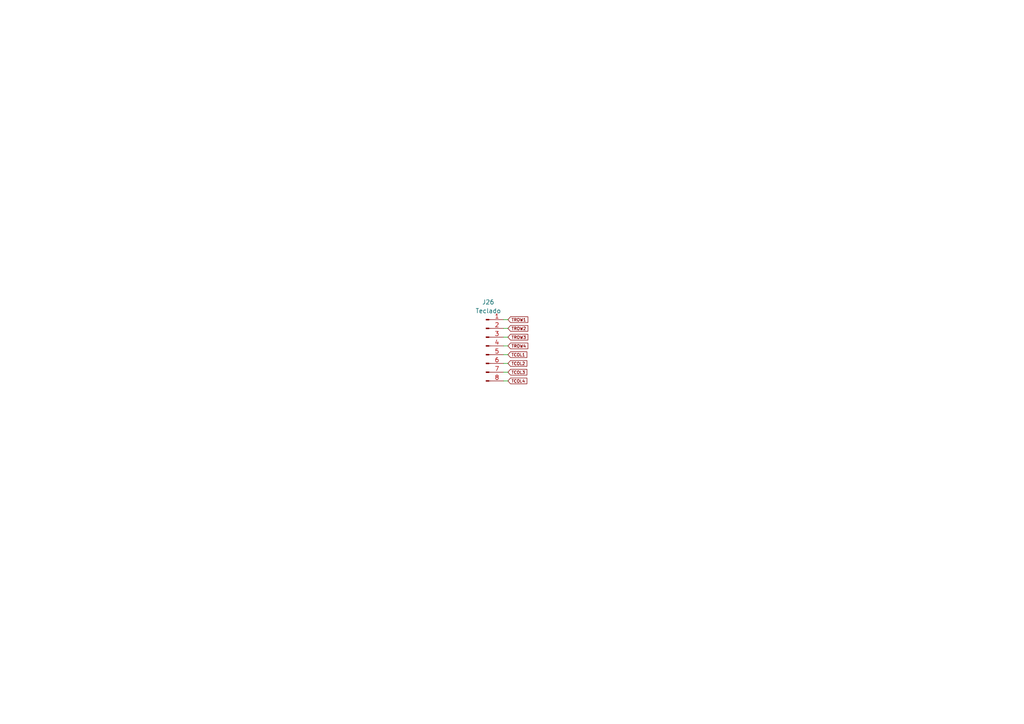
<source format=kicad_sch>
(kicad_sch
	(version 20250114)
	(generator "eeschema")
	(generator_version "9.0")
	(uuid "231e0049-8bf9-4a2b-9c54-2b577d0e54bc")
	(paper "A4")
	(lib_symbols
		(symbol "Library:Conn_01x08_Pin"
			(pin_names
				(offset 1.016)
				(hide yes)
			)
			(exclude_from_sim no)
			(in_bom yes)
			(on_board yes)
			(property "Reference" "J"
				(at 0 10.16 0)
				(effects
					(font
						(size 1.27 1.27)
					)
				)
			)
			(property "Value" "Conn_01x08_Pin"
				(at 0 -12.7 0)
				(effects
					(font
						(size 1.27 1.27)
					)
				)
			)
			(property "Footprint" ""
				(at 0 0 0)
				(effects
					(font
						(size 1.27 1.27)
					)
					(hide yes)
				)
			)
			(property "Datasheet" "~"
				(at 0 0 0)
				(effects
					(font
						(size 1.27 1.27)
					)
					(hide yes)
				)
			)
			(property "Description" "Generic connector, single row, 01x08, script generated"
				(at 0 0 0)
				(effects
					(font
						(size 1.27 1.27)
					)
					(hide yes)
				)
			)
			(property "ki_locked" ""
				(at 0 0 0)
				(effects
					(font
						(size 1.27 1.27)
					)
				)
			)
			(property "ki_keywords" "connector"
				(at 0 0 0)
				(effects
					(font
						(size 1.27 1.27)
					)
					(hide yes)
				)
			)
			(property "ki_fp_filters" "Connector*:*_1x??_*"
				(at 0 0 0)
				(effects
					(font
						(size 1.27 1.27)
					)
					(hide yes)
				)
			)
			(symbol "Conn_01x08_Pin_1_1"
				(rectangle
					(start 0.8636 7.747)
					(end 0 7.493)
					(stroke
						(width 0.1524)
						(type default)
					)
					(fill
						(type outline)
					)
				)
				(rectangle
					(start 0.8636 5.207)
					(end 0 4.953)
					(stroke
						(width 0.1524)
						(type default)
					)
					(fill
						(type outline)
					)
				)
				(rectangle
					(start 0.8636 2.667)
					(end 0 2.413)
					(stroke
						(width 0.1524)
						(type default)
					)
					(fill
						(type outline)
					)
				)
				(rectangle
					(start 0.8636 0.127)
					(end 0 -0.127)
					(stroke
						(width 0.1524)
						(type default)
					)
					(fill
						(type outline)
					)
				)
				(rectangle
					(start 0.8636 -2.413)
					(end 0 -2.667)
					(stroke
						(width 0.1524)
						(type default)
					)
					(fill
						(type outline)
					)
				)
				(rectangle
					(start 0.8636 -4.953)
					(end 0 -5.207)
					(stroke
						(width 0.1524)
						(type default)
					)
					(fill
						(type outline)
					)
				)
				(rectangle
					(start 0.8636 -7.493)
					(end 0 -7.747)
					(stroke
						(width 0.1524)
						(type default)
					)
					(fill
						(type outline)
					)
				)
				(rectangle
					(start 0.8636 -10.033)
					(end 0 -10.287)
					(stroke
						(width 0.1524)
						(type default)
					)
					(fill
						(type outline)
					)
				)
				(polyline
					(pts
						(xy 1.27 7.62) (xy 0.8636 7.62)
					)
					(stroke
						(width 0.1524)
						(type default)
					)
					(fill
						(type none)
					)
				)
				(polyline
					(pts
						(xy 1.27 5.08) (xy 0.8636 5.08)
					)
					(stroke
						(width 0.1524)
						(type default)
					)
					(fill
						(type none)
					)
				)
				(polyline
					(pts
						(xy 1.27 2.54) (xy 0.8636 2.54)
					)
					(stroke
						(width 0.1524)
						(type default)
					)
					(fill
						(type none)
					)
				)
				(polyline
					(pts
						(xy 1.27 0) (xy 0.8636 0)
					)
					(stroke
						(width 0.1524)
						(type default)
					)
					(fill
						(type none)
					)
				)
				(polyline
					(pts
						(xy 1.27 -2.54) (xy 0.8636 -2.54)
					)
					(stroke
						(width 0.1524)
						(type default)
					)
					(fill
						(type none)
					)
				)
				(polyline
					(pts
						(xy 1.27 -5.08) (xy 0.8636 -5.08)
					)
					(stroke
						(width 0.1524)
						(type default)
					)
					(fill
						(type none)
					)
				)
				(polyline
					(pts
						(xy 1.27 -7.62) (xy 0.8636 -7.62)
					)
					(stroke
						(width 0.1524)
						(type default)
					)
					(fill
						(type none)
					)
				)
				(polyline
					(pts
						(xy 1.27 -10.16) (xy 0.8636 -10.16)
					)
					(stroke
						(width 0.1524)
						(type default)
					)
					(fill
						(type none)
					)
				)
				(pin passive line
					(at 5.08 7.62 180)
					(length 3.81)
					(name "Pin_1"
						(effects
							(font
								(size 1.27 1.27)
							)
						)
					)
					(number "1"
						(effects
							(font
								(size 1.27 1.27)
							)
						)
					)
				)
				(pin passive line
					(at 5.08 5.08 180)
					(length 3.81)
					(name "Pin_2"
						(effects
							(font
								(size 1.27 1.27)
							)
						)
					)
					(number "2"
						(effects
							(font
								(size 1.27 1.27)
							)
						)
					)
				)
				(pin passive line
					(at 5.08 2.54 180)
					(length 3.81)
					(name "Pin_3"
						(effects
							(font
								(size 1.27 1.27)
							)
						)
					)
					(number "3"
						(effects
							(font
								(size 1.27 1.27)
							)
						)
					)
				)
				(pin passive line
					(at 5.08 0 180)
					(length 3.81)
					(name "Pin_4"
						(effects
							(font
								(size 1.27 1.27)
							)
						)
					)
					(number "4"
						(effects
							(font
								(size 1.27 1.27)
							)
						)
					)
				)
				(pin passive line
					(at 5.08 -2.54 180)
					(length 3.81)
					(name "Pin_5"
						(effects
							(font
								(size 1.27 1.27)
							)
						)
					)
					(number "5"
						(effects
							(font
								(size 1.27 1.27)
							)
						)
					)
				)
				(pin passive line
					(at 5.08 -5.08 180)
					(length 3.81)
					(name "Pin_6"
						(effects
							(font
								(size 1.27 1.27)
							)
						)
					)
					(number "6"
						(effects
							(font
								(size 1.27 1.27)
							)
						)
					)
				)
				(pin passive line
					(at 5.08 -7.62 180)
					(length 3.81)
					(name "Pin_7"
						(effects
							(font
								(size 1.27 1.27)
							)
						)
					)
					(number "7"
						(effects
							(font
								(size 1.27 1.27)
							)
						)
					)
				)
				(pin passive line
					(at 5.08 -10.16 180)
					(length 3.81)
					(name "Pin_8"
						(effects
							(font
								(size 1.27 1.27)
							)
						)
					)
					(number "8"
						(effects
							(font
								(size 1.27 1.27)
							)
						)
					)
				)
			)
			(embedded_fonts no)
		)
	)
	(wire
		(pts
			(xy 147.32 97.79) (xy 146.05 97.79)
		)
		(stroke
			(width 0)
			(type default)
		)
		(uuid "15d4c50c-46b7-4d46-beb4-5d02487b5620")
	)
	(wire
		(pts
			(xy 147.32 105.41) (xy 146.05 105.41)
		)
		(stroke
			(width 0)
			(type default)
		)
		(uuid "4b2b1bc3-1ecb-45ef-b7fa-1d9e882de4f0")
	)
	(wire
		(pts
			(xy 147.32 110.49) (xy 146.05 110.49)
		)
		(stroke
			(width 0)
			(type default)
		)
		(uuid "6b0d804a-6386-4038-af37-1f014885f67c")
	)
	(wire
		(pts
			(xy 147.32 92.71) (xy 146.05 92.71)
		)
		(stroke
			(width 0)
			(type default)
		)
		(uuid "71fcb1ea-671a-485c-a339-2b8a24003a78")
	)
	(wire
		(pts
			(xy 147.32 95.25) (xy 146.05 95.25)
		)
		(stroke
			(width 0)
			(type default)
		)
		(uuid "98f7d6c7-9087-4270-9d6d-5dc7fd68e909")
	)
	(wire
		(pts
			(xy 147.32 102.87) (xy 146.05 102.87)
		)
		(stroke
			(width 0)
			(type default)
		)
		(uuid "af1e5ac8-1d5e-49de-b200-21538c7246b1")
	)
	(wire
		(pts
			(xy 147.32 100.33) (xy 146.05 100.33)
		)
		(stroke
			(width 0)
			(type default)
		)
		(uuid "f38cda72-2c96-4d4e-a2d4-f50b5d69225e")
	)
	(wire
		(pts
			(xy 147.32 107.95) (xy 146.05 107.95)
		)
		(stroke
			(width 0)
			(type default)
		)
		(uuid "fca96b0b-92c8-4b7b-9b8a-ec2427fc0d62")
	)
	(global_label "TCOL2"
		(shape input)
		(at 147.32 105.41 0)
		(fields_autoplaced yes)
		(effects
			(font
				(size 0.85 0.85)
			)
			(justify left)
		)
		(uuid "08e00194-c798-4208-80b7-5aad1212310c")
		(property "Intersheetrefs" "${INTERSHEET_REFS}"
			(at 153.2039 105.41 0)
			(effects
				(font
					(size 1.27 1.27)
				)
				(justify left)
				(hide yes)
			)
		)
	)
	(global_label "TROW3"
		(shape input)
		(at 147.32 97.79 0)
		(fields_autoplaced yes)
		(effects
			(font
				(size 0.85 0.85)
			)
			(justify left)
		)
		(uuid "16716132-90cb-481f-87f7-8827a381abf9")
		(property "Intersheetrefs" "${INTERSHEET_REFS}"
			(at 153.4872 97.79 0)
			(effects
				(font
					(size 1.27 1.27)
				)
				(justify left)
				(hide yes)
			)
		)
	)
	(global_label "TCOL4"
		(shape input)
		(at 147.32 110.49 0)
		(fields_autoplaced yes)
		(effects
			(font
				(size 0.85 0.85)
			)
			(justify left)
		)
		(uuid "2f79b7ea-998e-465d-a2be-6070e756f020")
		(property "Intersheetrefs" "${INTERSHEET_REFS}"
			(at 153.2039 110.49 0)
			(effects
				(font
					(size 1.27 1.27)
				)
				(justify left)
				(hide yes)
			)
		)
	)
	(global_label "TROW1"
		(shape input)
		(at 147.32 92.71 0)
		(fields_autoplaced yes)
		(effects
			(font
				(size 0.85 0.85)
			)
			(justify left)
		)
		(uuid "4d6613a2-b345-4916-a2cd-d45e87d6138e")
		(property "Intersheetrefs" "${INTERSHEET_REFS}"
			(at 153.4872 92.71 0)
			(effects
				(font
					(size 1.27 1.27)
				)
				(justify left)
				(hide yes)
			)
		)
	)
	(global_label "TCOL1"
		(shape input)
		(at 147.32 102.87 0)
		(fields_autoplaced yes)
		(effects
			(font
				(size 0.85 0.85)
			)
			(justify left)
		)
		(uuid "9278bd11-9ace-4045-a044-f36f0be58d3d")
		(property "Intersheetrefs" "${INTERSHEET_REFS}"
			(at 153.2039 102.87 0)
			(effects
				(font
					(size 1.27 1.27)
				)
				(justify left)
				(hide yes)
			)
		)
	)
	(global_label "TROW4"
		(shape input)
		(at 147.32 100.33 0)
		(fields_autoplaced yes)
		(effects
			(font
				(size 0.85 0.85)
			)
			(justify left)
		)
		(uuid "a66ce085-31b2-49be-b0a7-946073cc9548")
		(property "Intersheetrefs" "${INTERSHEET_REFS}"
			(at 153.4872 100.33 0)
			(effects
				(font
					(size 1.27 1.27)
				)
				(justify left)
				(hide yes)
			)
		)
	)
	(global_label "TROW2"
		(shape input)
		(at 147.32 95.25 0)
		(fields_autoplaced yes)
		(effects
			(font
				(size 0.85 0.85)
			)
			(justify left)
		)
		(uuid "c8783700-aded-41bf-bb04-b5aa487d1a42")
		(property "Intersheetrefs" "${INTERSHEET_REFS}"
			(at 153.4872 95.25 0)
			(effects
				(font
					(size 1.27 1.27)
				)
				(justify left)
				(hide yes)
			)
		)
	)
	(global_label "TCOL3"
		(shape input)
		(at 147.32 107.95 0)
		(fields_autoplaced yes)
		(effects
			(font
				(size 0.85 0.85)
			)
			(justify left)
		)
		(uuid "f6e6b508-f8ef-4161-8d28-a4c773c84f59")
		(property "Intersheetrefs" "${INTERSHEET_REFS}"
			(at 153.2039 107.95 0)
			(effects
				(font
					(size 1.27 1.27)
				)
				(justify left)
				(hide yes)
			)
		)
	)
	(symbol
		(lib_id "Library:Conn_01x08_Pin")
		(at 140.97 100.33 0)
		(unit 1)
		(exclude_from_sim no)
		(in_bom yes)
		(on_board yes)
		(dnp no)
		(fields_autoplaced yes)
		(uuid "a92e8a2d-b5f7-413a-9cee-867929dfb62a")
		(property "Reference" "J26"
			(at 141.605 87.63 0)
			(effects
				(font
					(size 1.27 1.27)
				)
			)
		)
		(property "Value" "Teclado"
			(at 141.605 90.17 0)
			(effects
				(font
					(size 1.27 1.27)
				)
			)
		)
		(property "Footprint" "Library:JST_XH_B8B-XH-A_1x08_P2.50mm_Vertical"
			(at 140.97 100.33 0)
			(effects
				(font
					(size 1.27 1.27)
				)
				(hide yes)
			)
		)
		(property "Datasheet" "~"
			(at 140.97 100.33 0)
			(effects
				(font
					(size 1.27 1.27)
				)
				(hide yes)
			)
		)
		(property "Description" "Generic connector, single row, 01x08, script generated"
			(at 140.97 100.33 0)
			(effects
				(font
					(size 1.27 1.27)
				)
				(hide yes)
			)
		)
		(pin "4"
			(uuid "640bb79b-7793-420f-b293-4a443891749c")
		)
		(pin "6"
			(uuid "bc54bbb9-ec93-41a3-9cd8-ab8b927326f5")
		)
		(pin "5"
			(uuid "d8eeaddf-d3d1-442d-84f2-59871b27742b")
		)
		(pin "2"
			(uuid "93d03cec-7edc-4627-ba8e-682e0cbb160d")
		)
		(pin "7"
			(uuid "64c621d7-f70d-45ec-a5a5-ecebe43b10f8")
		)
		(pin "3"
			(uuid "5595efb0-d0f4-4679-84f2-4b05fe93f492")
		)
		(pin "1"
			(uuid "fa0578a8-9ecf-4306-be10-bbf499228f64")
		)
		(pin "8"
			(uuid "01c0bc58-9dfe-435c-8e39-13e1cc783f31")
		)
		(instances
			(project ""
				(path "/2465b45a-61bf-4bb8-9f23-f35ab1c53bad/698ebbf3-ac01-49be-a51d-8057331bc81b"
					(reference "J26")
					(unit 1)
				)
			)
		)
	)
)

</source>
